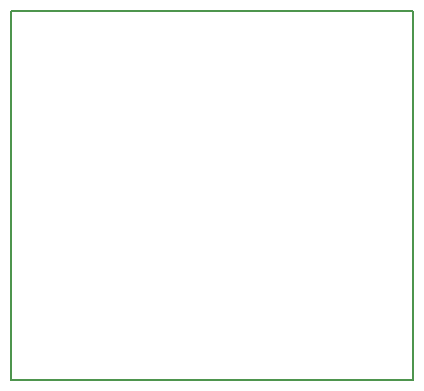
<source format=gbo>
G04 MADE WITH FRITZING*
G04 WWW.FRITZING.ORG*
G04 DOUBLE SIDED*
G04 HOLES PLATED*
G04 CONTOUR ON CENTER OF CONTOUR VECTOR*
%ASAXBY*%
%FSLAX23Y23*%
%MOIN*%
%OFA0B0*%
%SFA1.0B1.0*%
%ADD10R,1.345560X1.240870X1.329560X1.224870*%
%ADD11C,0.008000*%
%LNSILK0*%
G90*
G70*
G54D11*
X4Y1237D02*
X1342Y1237D01*
X1342Y4D01*
X4Y4D01*
X4Y1237D01*
D02*
G04 End of Silk0*
M02*
</source>
